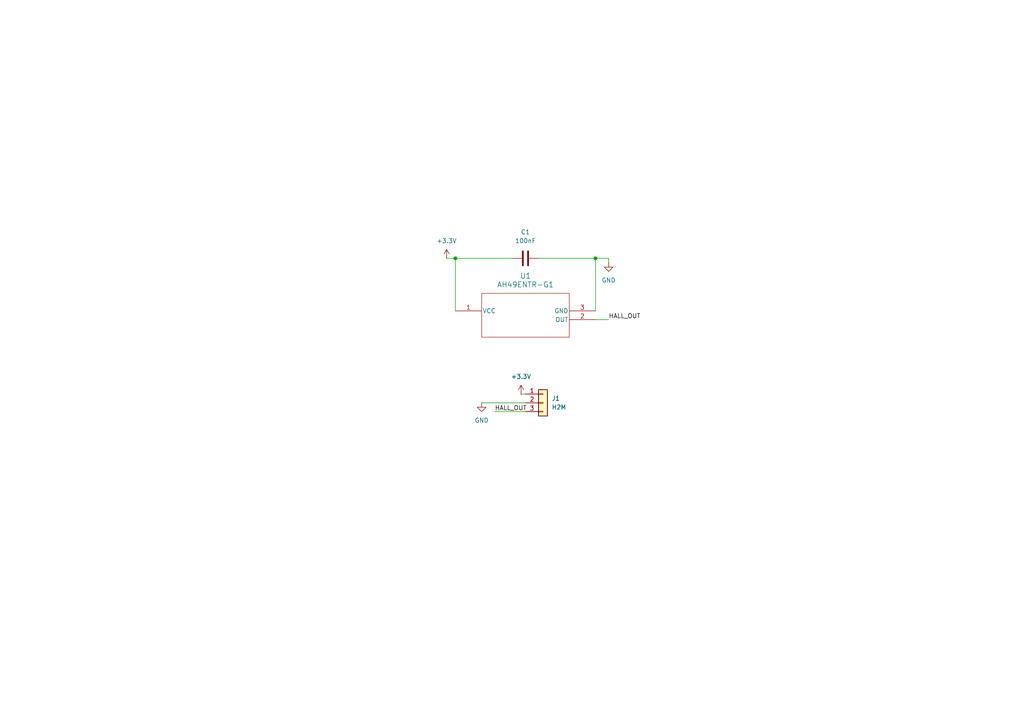
<source format=kicad_sch>
(kicad_sch
	(version 20231120)
	(generator "eeschema")
	(generator_version "8.0")
	(uuid "63e0819a-64d6-43de-bd2b-fb50f7d7d767")
	(paper "A4")
	(title_block
		(title "Anemosens Sensor Tail")
		(date "2025-03-08")
		(rev "1")
	)
	(lib_symbols
		(symbol "AH49ENTR_G1:AH49ENTR-G1"
			(pin_names
				(offset 0.254)
			)
			(exclude_from_sim no)
			(in_bom yes)
			(on_board yes)
			(property "Reference" "U"
				(at 20.32 10.16 0)
				(effects
					(font
						(size 1.524 1.524)
					)
				)
			)
			(property "Value" "AH49ENTR-G1"
				(at 20.32 7.62 0)
				(effects
					(font
						(size 1.524 1.524)
					)
				)
			)
			(property "Footprint" "SOT-23-3_DIO"
				(at 0 0 0)
				(effects
					(font
						(size 1.27 1.27)
						(italic yes)
					)
					(hide yes)
				)
			)
			(property "Datasheet" "AH49ENTR-G1"
				(at 0 0 0)
				(effects
					(font
						(size 1.27 1.27)
						(italic yes)
					)
					(hide yes)
				)
			)
			(property "Description" ""
				(at 0 0 0)
				(effects
					(font
						(size 1.27 1.27)
					)
					(hide yes)
				)
			)
			(property "ki_locked" ""
				(at 0 0 0)
				(effects
					(font
						(size 1.27 1.27)
					)
				)
			)
			(property "ki_keywords" "AH49ENTR-G1"
				(at 0 0 0)
				(effects
					(font
						(size 1.27 1.27)
					)
					(hide yes)
				)
			)
			(property "ki_fp_filters" "SOT-23-3_DIO SOT-23-3_DIO-M SOT-23-3_DIO-L"
				(at 0 0 0)
				(effects
					(font
						(size 1.27 1.27)
					)
					(hide yes)
				)
			)
			(symbol "AH49ENTR-G1_0_1"
				(polyline
					(pts
						(xy 7.62 -7.62) (xy 33.02 -7.62)
					)
					(stroke
						(width 0.127)
						(type default)
					)
					(fill
						(type none)
					)
				)
				(polyline
					(pts
						(xy 7.62 5.08) (xy 7.62 -7.62)
					)
					(stroke
						(width 0.127)
						(type default)
					)
					(fill
						(type none)
					)
				)
				(polyline
					(pts
						(xy 33.02 -7.62) (xy 33.02 5.08)
					)
					(stroke
						(width 0.127)
						(type default)
					)
					(fill
						(type none)
					)
				)
				(polyline
					(pts
						(xy 33.02 5.08) (xy 7.62 5.08)
					)
					(stroke
						(width 0.127)
						(type default)
					)
					(fill
						(type none)
					)
				)
				(pin power_in line
					(at 0 0 0)
					(length 7.62)
					(name "VCC"
						(effects
							(font
								(size 1.27 1.27)
							)
						)
					)
					(number "1"
						(effects
							(font
								(size 1.27 1.27)
							)
						)
					)
				)
				(pin output line
					(at 40.64 -2.54 180)
					(length 7.62)
					(name "OUT"
						(effects
							(font
								(size 1.27 1.27)
							)
						)
					)
					(number "2"
						(effects
							(font
								(size 1.27 1.27)
							)
						)
					)
				)
				(pin power_out line
					(at 40.64 0 180)
					(length 7.62)
					(name "GND"
						(effects
							(font
								(size 1.27 1.27)
							)
						)
					)
					(number "3"
						(effects
							(font
								(size 1.27 1.27)
							)
						)
					)
				)
			)
		)
		(symbol "Connector_Generic:Conn_01x03"
			(pin_names
				(offset 1.016) hide)
			(exclude_from_sim no)
			(in_bom yes)
			(on_board yes)
			(property "Reference" "J"
				(at 0 5.08 0)
				(effects
					(font
						(size 1.27 1.27)
					)
				)
			)
			(property "Value" "Conn_01x03"
				(at 0 -5.08 0)
				(effects
					(font
						(size 1.27 1.27)
					)
				)
			)
			(property "Footprint" ""
				(at 0 0 0)
				(effects
					(font
						(size 1.27 1.27)
					)
					(hide yes)
				)
			)
			(property "Datasheet" "~"
				(at 0 0 0)
				(effects
					(font
						(size 1.27 1.27)
					)
					(hide yes)
				)
			)
			(property "Description" "Generic connector, single row, 01x03, script generated (kicad-library-utils/schlib/autogen/connector/)"
				(at 0 0 0)
				(effects
					(font
						(size 1.27 1.27)
					)
					(hide yes)
				)
			)
			(property "ki_keywords" "connector"
				(at 0 0 0)
				(effects
					(font
						(size 1.27 1.27)
					)
					(hide yes)
				)
			)
			(property "ki_fp_filters" "Connector*:*_1x??_*"
				(at 0 0 0)
				(effects
					(font
						(size 1.27 1.27)
					)
					(hide yes)
				)
			)
			(symbol "Conn_01x03_1_1"
				(rectangle
					(start -1.27 -2.413)
					(end 0 -2.667)
					(stroke
						(width 0.1524)
						(type default)
					)
					(fill
						(type none)
					)
				)
				(rectangle
					(start -1.27 0.127)
					(end 0 -0.127)
					(stroke
						(width 0.1524)
						(type default)
					)
					(fill
						(type none)
					)
				)
				(rectangle
					(start -1.27 2.667)
					(end 0 2.413)
					(stroke
						(width 0.1524)
						(type default)
					)
					(fill
						(type none)
					)
				)
				(rectangle
					(start -1.27 3.81)
					(end 1.27 -3.81)
					(stroke
						(width 0.254)
						(type default)
					)
					(fill
						(type background)
					)
				)
				(pin passive line
					(at -5.08 2.54 0)
					(length 3.81)
					(name "Pin_1"
						(effects
							(font
								(size 1.27 1.27)
							)
						)
					)
					(number "1"
						(effects
							(font
								(size 1.27 1.27)
							)
						)
					)
				)
				(pin passive line
					(at -5.08 0 0)
					(length 3.81)
					(name "Pin_2"
						(effects
							(font
								(size 1.27 1.27)
							)
						)
					)
					(number "2"
						(effects
							(font
								(size 1.27 1.27)
							)
						)
					)
				)
				(pin passive line
					(at -5.08 -2.54 0)
					(length 3.81)
					(name "Pin_3"
						(effects
							(font
								(size 1.27 1.27)
							)
						)
					)
					(number "3"
						(effects
							(font
								(size 1.27 1.27)
							)
						)
					)
				)
			)
		)
		(symbol "Device:C"
			(pin_numbers hide)
			(pin_names
				(offset 0.254)
			)
			(exclude_from_sim no)
			(in_bom yes)
			(on_board yes)
			(property "Reference" "C"
				(at 0.635 2.54 0)
				(effects
					(font
						(size 1.27 1.27)
					)
					(justify left)
				)
			)
			(property "Value" "C"
				(at 0.635 -2.54 0)
				(effects
					(font
						(size 1.27 1.27)
					)
					(justify left)
				)
			)
			(property "Footprint" ""
				(at 0.9652 -3.81 0)
				(effects
					(font
						(size 1.27 1.27)
					)
					(hide yes)
				)
			)
			(property "Datasheet" "~"
				(at 0 0 0)
				(effects
					(font
						(size 1.27 1.27)
					)
					(hide yes)
				)
			)
			(property "Description" "Unpolarized capacitor"
				(at 0 0 0)
				(effects
					(font
						(size 1.27 1.27)
					)
					(hide yes)
				)
			)
			(property "ki_keywords" "cap capacitor"
				(at 0 0 0)
				(effects
					(font
						(size 1.27 1.27)
					)
					(hide yes)
				)
			)
			(property "ki_fp_filters" "C_*"
				(at 0 0 0)
				(effects
					(font
						(size 1.27 1.27)
					)
					(hide yes)
				)
			)
			(symbol "C_0_1"
				(polyline
					(pts
						(xy -2.032 -0.762) (xy 2.032 -0.762)
					)
					(stroke
						(width 0.508)
						(type default)
					)
					(fill
						(type none)
					)
				)
				(polyline
					(pts
						(xy -2.032 0.762) (xy 2.032 0.762)
					)
					(stroke
						(width 0.508)
						(type default)
					)
					(fill
						(type none)
					)
				)
			)
			(symbol "C_1_1"
				(pin passive line
					(at 0 3.81 270)
					(length 2.794)
					(name "~"
						(effects
							(font
								(size 1.27 1.27)
							)
						)
					)
					(number "1"
						(effects
							(font
								(size 1.27 1.27)
							)
						)
					)
				)
				(pin passive line
					(at 0 -3.81 90)
					(length 2.794)
					(name "~"
						(effects
							(font
								(size 1.27 1.27)
							)
						)
					)
					(number "2"
						(effects
							(font
								(size 1.27 1.27)
							)
						)
					)
				)
			)
		)
		(symbol "power:+3.3V"
			(power)
			(pin_numbers hide)
			(pin_names
				(offset 0) hide)
			(exclude_from_sim no)
			(in_bom yes)
			(on_board yes)
			(property "Reference" "#PWR"
				(at 0 -3.81 0)
				(effects
					(font
						(size 1.27 1.27)
					)
					(hide yes)
				)
			)
			(property "Value" "+3.3V"
				(at 0 3.556 0)
				(effects
					(font
						(size 1.27 1.27)
					)
				)
			)
			(property "Footprint" ""
				(at 0 0 0)
				(effects
					(font
						(size 1.27 1.27)
					)
					(hide yes)
				)
			)
			(property "Datasheet" ""
				(at 0 0 0)
				(effects
					(font
						(size 1.27 1.27)
					)
					(hide yes)
				)
			)
			(property "Description" "Power symbol creates a global label with name \"+3.3V\""
				(at 0 0 0)
				(effects
					(font
						(size 1.27 1.27)
					)
					(hide yes)
				)
			)
			(property "ki_keywords" "global power"
				(at 0 0 0)
				(effects
					(font
						(size 1.27 1.27)
					)
					(hide yes)
				)
			)
			(symbol "+3.3V_0_1"
				(polyline
					(pts
						(xy -0.762 1.27) (xy 0 2.54)
					)
					(stroke
						(width 0)
						(type default)
					)
					(fill
						(type none)
					)
				)
				(polyline
					(pts
						(xy 0 0) (xy 0 2.54)
					)
					(stroke
						(width 0)
						(type default)
					)
					(fill
						(type none)
					)
				)
				(polyline
					(pts
						(xy 0 2.54) (xy 0.762 1.27)
					)
					(stroke
						(width 0)
						(type default)
					)
					(fill
						(type none)
					)
				)
			)
			(symbol "+3.3V_1_1"
				(pin power_in line
					(at 0 0 90)
					(length 0)
					(name "~"
						(effects
							(font
								(size 1.27 1.27)
							)
						)
					)
					(number "1"
						(effects
							(font
								(size 1.27 1.27)
							)
						)
					)
				)
			)
		)
		(symbol "power:GND"
			(power)
			(pin_numbers hide)
			(pin_names
				(offset 0) hide)
			(exclude_from_sim no)
			(in_bom yes)
			(on_board yes)
			(property "Reference" "#PWR"
				(at 0 -6.35 0)
				(effects
					(font
						(size 1.27 1.27)
					)
					(hide yes)
				)
			)
			(property "Value" "GND"
				(at 0 -3.81 0)
				(effects
					(font
						(size 1.27 1.27)
					)
				)
			)
			(property "Footprint" ""
				(at 0 0 0)
				(effects
					(font
						(size 1.27 1.27)
					)
					(hide yes)
				)
			)
			(property "Datasheet" ""
				(at 0 0 0)
				(effects
					(font
						(size 1.27 1.27)
					)
					(hide yes)
				)
			)
			(property "Description" "Power symbol creates a global label with name \"GND\" , ground"
				(at 0 0 0)
				(effects
					(font
						(size 1.27 1.27)
					)
					(hide yes)
				)
			)
			(property "ki_keywords" "global power"
				(at 0 0 0)
				(effects
					(font
						(size 1.27 1.27)
					)
					(hide yes)
				)
			)
			(symbol "GND_0_1"
				(polyline
					(pts
						(xy 0 0) (xy 0 -1.27) (xy 1.27 -1.27) (xy 0 -2.54) (xy -1.27 -1.27) (xy 0 -1.27)
					)
					(stroke
						(width 0)
						(type default)
					)
					(fill
						(type none)
					)
				)
			)
			(symbol "GND_1_1"
				(pin power_in line
					(at 0 0 270)
					(length 0)
					(name "~"
						(effects
							(font
								(size 1.27 1.27)
							)
						)
					)
					(number "1"
						(effects
							(font
								(size 1.27 1.27)
							)
						)
					)
				)
			)
		)
	)
	(junction
		(at 172.72 74.93)
		(diameter 0)
		(color 0 0 0 0)
		(uuid "a8b9dd65-dfa6-478e-ac18-4851816c4928")
	)
	(junction
		(at 132.08 74.93)
		(diameter 0)
		(color 0 0 0 0)
		(uuid "f9e1c092-0c96-4137-a988-2fde3c553a5d")
	)
	(wire
		(pts
			(xy 172.72 74.93) (xy 176.53 74.93)
		)
		(stroke
			(width 0)
			(type default)
		)
		(uuid "24559f33-9019-4829-973a-e148debd3a63")
	)
	(wire
		(pts
			(xy 172.72 74.93) (xy 172.72 90.17)
		)
		(stroke
			(width 0)
			(type default)
		)
		(uuid "35eb8716-8643-46d1-ac4d-ee7f718f0cbb")
	)
	(wire
		(pts
			(xy 156.21 74.93) (xy 172.72 74.93)
		)
		(stroke
			(width 0)
			(type default)
		)
		(uuid "377dc410-820d-41b3-9d00-73e2156aa110")
	)
	(wire
		(pts
			(xy 139.7 116.84) (xy 152.4 116.84)
		)
		(stroke
			(width 0)
			(type default)
		)
		(uuid "40421d06-0702-4483-8c80-87ddad95a800")
	)
	(wire
		(pts
			(xy 143.51 119.38) (xy 152.4 119.38)
		)
		(stroke
			(width 0)
			(type default)
		)
		(uuid "8ba27d10-eb84-40d7-830c-01f9410fd6bf")
	)
	(wire
		(pts
			(xy 129.54 74.93) (xy 132.08 74.93)
		)
		(stroke
			(width 0)
			(type default)
		)
		(uuid "8e709d04-6634-4b4c-bdb8-cacd851a4b31")
	)
	(wire
		(pts
			(xy 132.08 74.93) (xy 148.59 74.93)
		)
		(stroke
			(width 0)
			(type default)
		)
		(uuid "a3eab774-b2cc-421a-8e37-018bddcd4597")
	)
	(wire
		(pts
			(xy 132.08 90.17) (xy 132.08 74.93)
		)
		(stroke
			(width 0)
			(type default)
		)
		(uuid "b7a33ef1-0834-4616-8e45-b4035da65efe")
	)
	(wire
		(pts
			(xy 176.53 74.93) (xy 176.53 76.2)
		)
		(stroke
			(width 0)
			(type default)
		)
		(uuid "b8de4fc0-1692-483d-8e77-9a3b37ab53c8")
	)
	(wire
		(pts
			(xy 176.53 92.71) (xy 172.72 92.71)
		)
		(stroke
			(width 0)
			(type default)
		)
		(uuid "c8e75c15-01f5-4869-a1a2-5c2c6d510ecc")
	)
	(wire
		(pts
			(xy 151.13 114.3) (xy 152.4 114.3)
		)
		(stroke
			(width 0)
			(type default)
		)
		(uuid "f2e3ed94-cb31-40ee-b216-ebd2826d9bf5")
	)
	(label "HALL_OUT"
		(at 143.51 119.38 0)
		(effects
			(font
				(size 1.27 1.27)
			)
			(justify left bottom)
		)
		(uuid "578bff1b-c8f0-4cf4-95c5-dae5362c7ec5")
	)
	(label "HALL_OUT"
		(at 176.53 92.71 0)
		(effects
			(font
				(size 1.27 1.27)
			)
			(justify left bottom)
		)
		(uuid "e0ed79a2-0acc-4c99-b259-fccc86c4253d")
	)
	(symbol
		(lib_id "power:+3.3V")
		(at 129.54 74.93 0)
		(unit 1)
		(exclude_from_sim no)
		(in_bom yes)
		(on_board yes)
		(dnp no)
		(fields_autoplaced yes)
		(uuid "092ca855-37c9-41b6-a561-921d86e1ffce")
		(property "Reference" "#PWR01"
			(at 129.54 78.74 0)
			(effects
				(font
					(size 1.27 1.27)
				)
				(hide yes)
			)
		)
		(property "Value" "+3.3V"
			(at 129.54 69.85 0)
			(effects
				(font
					(size 1.27 1.27)
				)
			)
		)
		(property "Footprint" ""
			(at 129.54 74.93 0)
			(effects
				(font
					(size 1.27 1.27)
				)
				(hide yes)
			)
		)
		(property "Datasheet" ""
			(at 129.54 74.93 0)
			(effects
				(font
					(size 1.27 1.27)
				)
				(hide yes)
			)
		)
		(property "Description" "Power symbol creates a global label with name \"+3.3V\""
			(at 129.54 74.93 0)
			(effects
				(font
					(size 1.27 1.27)
				)
				(hide yes)
			)
		)
		(pin "1"
			(uuid "94066abd-f334-4ac5-89d2-cb6c95464a25")
		)
		(instances
			(project ""
				(path "/63e0819a-64d6-43de-bd2b-fb50f7d7d767"
					(reference "#PWR01")
					(unit 1)
				)
			)
		)
	)
	(symbol
		(lib_id "power:GND")
		(at 139.7 116.84 0)
		(unit 1)
		(exclude_from_sim no)
		(in_bom yes)
		(on_board yes)
		(dnp no)
		(fields_autoplaced yes)
		(uuid "1e515041-38c7-490b-be00-66d4e7fb0405")
		(property "Reference" "#PWR04"
			(at 139.7 123.19 0)
			(effects
				(font
					(size 1.27 1.27)
				)
				(hide yes)
			)
		)
		(property "Value" "GND"
			(at 139.7 121.92 0)
			(effects
				(font
					(size 1.27 1.27)
				)
			)
		)
		(property "Footprint" ""
			(at 139.7 116.84 0)
			(effects
				(font
					(size 1.27 1.27)
				)
				(hide yes)
			)
		)
		(property "Datasheet" ""
			(at 139.7 116.84 0)
			(effects
				(font
					(size 1.27 1.27)
				)
				(hide yes)
			)
		)
		(property "Description" "Power symbol creates a global label with name \"GND\" , ground"
			(at 139.7 116.84 0)
			(effects
				(font
					(size 1.27 1.27)
				)
				(hide yes)
			)
		)
		(pin "1"
			(uuid "31567c9d-1c59-4047-a036-92f540de2b79")
		)
		(instances
			(project "Anemosens Sensor Tail"
				(path "/63e0819a-64d6-43de-bd2b-fb50f7d7d767"
					(reference "#PWR04")
					(unit 1)
				)
			)
		)
	)
	(symbol
		(lib_id "power:GND")
		(at 176.53 76.2 0)
		(unit 1)
		(exclude_from_sim no)
		(in_bom yes)
		(on_board yes)
		(dnp no)
		(fields_autoplaced yes)
		(uuid "294c5402-2497-4ae1-84c7-be3839237061")
		(property "Reference" "#PWR03"
			(at 176.53 82.55 0)
			(effects
				(font
					(size 1.27 1.27)
				)
				(hide yes)
			)
		)
		(property "Value" "GND"
			(at 176.53 81.28 0)
			(effects
				(font
					(size 1.27 1.27)
				)
			)
		)
		(property "Footprint" ""
			(at 176.53 76.2 0)
			(effects
				(font
					(size 1.27 1.27)
				)
				(hide yes)
			)
		)
		(property "Datasheet" ""
			(at 176.53 76.2 0)
			(effects
				(font
					(size 1.27 1.27)
				)
				(hide yes)
			)
		)
		(property "Description" "Power symbol creates a global label with name \"GND\" , ground"
			(at 176.53 76.2 0)
			(effects
				(font
					(size 1.27 1.27)
				)
				(hide yes)
			)
		)
		(pin "1"
			(uuid "a6357150-4276-4712-8e12-ba849782fa35")
		)
		(instances
			(project ""
				(path "/63e0819a-64d6-43de-bd2b-fb50f7d7d767"
					(reference "#PWR03")
					(unit 1)
				)
			)
		)
	)
	(symbol
		(lib_id "Connector_Generic:Conn_01x03")
		(at 157.48 116.84 0)
		(unit 1)
		(exclude_from_sim no)
		(in_bom yes)
		(on_board yes)
		(dnp no)
		(fields_autoplaced yes)
		(uuid "71e4c952-0d4d-4389-97d2-34c40f304e0d")
		(property "Reference" "J1"
			(at 160.02 115.5699 0)
			(effects
				(font
					(size 1.27 1.27)
				)
				(justify left)
			)
		)
		(property "Value" "H2M"
			(at 160.02 118.1099 0)
			(effects
				(font
					(size 1.27 1.27)
				)
				(justify left)
			)
		)
		(property "Footprint" "Connector_PinHeader_2.54mm:PinHeader_1x03_P2.54mm_Vertical"
			(at 157.48 116.84 0)
			(effects
				(font
					(size 1.27 1.27)
				)
				(hide yes)
			)
		)
		(property "Datasheet" "~"
			(at 157.48 116.84 0)
			(effects
				(font
					(size 1.27 1.27)
				)
				(hide yes)
			)
		)
		(property "Description" "Generic connector, single row, 01x03, script generated (kicad-library-utils/schlib/autogen/connector/)"
			(at 157.48 116.84 0)
			(effects
				(font
					(size 1.27 1.27)
				)
				(hide yes)
			)
		)
		(pin "2"
			(uuid "61f1eeac-239c-4f2e-a2d3-506bb48d250a")
		)
		(pin "3"
			(uuid "d49619c0-5876-4af9-9e4f-ffefe306e0d3")
		)
		(pin "1"
			(uuid "d017aaed-4b8e-401e-a03b-7ad644db7625")
		)
		(instances
			(project ""
				(path "/63e0819a-64d6-43de-bd2b-fb50f7d7d767"
					(reference "J1")
					(unit 1)
				)
			)
		)
	)
	(symbol
		(lib_id "AH49ENTR_G1:AH49ENTR-G1")
		(at 132.08 90.17 0)
		(unit 1)
		(exclude_from_sim no)
		(in_bom yes)
		(on_board yes)
		(dnp no)
		(fields_autoplaced yes)
		(uuid "dcda2937-00a4-40c9-bcef-90a654fd6be6")
		(property "Reference" "U1"
			(at 152.4 80.01 0)
			(effects
				(font
					(size 1.524 1.524)
				)
			)
		)
		(property "Value" "AH49ENTR-G1"
			(at 152.4 82.55 0)
			(effects
				(font
					(size 1.524 1.524)
				)
			)
		)
		(property "Footprint" "AH49ENTR_G1:SOT-23-3_DIO"
			(at 132.08 90.17 0)
			(effects
				(font
					(size 1.27 1.27)
					(italic yes)
				)
				(hide yes)
			)
		)
		(property "Datasheet" "AH49ENTR-G1"
			(at 132.08 90.17 0)
			(effects
				(font
					(size 1.27 1.27)
					(italic yes)
				)
				(hide yes)
			)
		)
		(property "Description" ""
			(at 132.08 90.17 0)
			(effects
				(font
					(size 1.27 1.27)
				)
				(hide yes)
			)
		)
		(pin "1"
			(uuid "4243d824-c7c8-4cb1-b225-a99f81daa8e4")
		)
		(pin "2"
			(uuid "3ecd7ee6-c127-4355-b165-d4929b089af7")
		)
		(pin "3"
			(uuid "e73f4fd7-c13a-4358-9aae-8eb6fc9564c9")
		)
		(instances
			(project ""
				(path "/63e0819a-64d6-43de-bd2b-fb50f7d7d767"
					(reference "U1")
					(unit 1)
				)
			)
		)
	)
	(symbol
		(lib_id "Device:C")
		(at 152.4 74.93 90)
		(unit 1)
		(exclude_from_sim no)
		(in_bom yes)
		(on_board yes)
		(dnp no)
		(fields_autoplaced yes)
		(uuid "e8c3d11e-cfbb-4ac4-8511-4cec7ee0787c")
		(property "Reference" "C1"
			(at 152.4 67.31 90)
			(effects
				(font
					(size 1.27 1.27)
				)
			)
		)
		(property "Value" "100nF"
			(at 152.4 69.85 90)
			(effects
				(font
					(size 1.27 1.27)
				)
			)
		)
		(property "Footprint" "Capacitor_SMD:C_0805_2012Metric_Pad1.18x1.45mm_HandSolder"
			(at 156.21 73.9648 0)
			(effects
				(font
					(size 1.27 1.27)
				)
				(hide yes)
			)
		)
		(property "Datasheet" "~"
			(at 152.4 74.93 0)
			(effects
				(font
					(size 1.27 1.27)
				)
				(hide yes)
			)
		)
		(property "Description" "Unpolarized capacitor"
			(at 152.4 74.93 0)
			(effects
				(font
					(size 1.27 1.27)
				)
				(hide yes)
			)
		)
		(pin "1"
			(uuid "cfdea75f-2b66-4d05-bec9-0d30d8d31115")
		)
		(pin "2"
			(uuid "536f3f05-9af0-458e-8d4d-ed6f1ab49a6f")
		)
		(instances
			(project ""
				(path "/63e0819a-64d6-43de-bd2b-fb50f7d7d767"
					(reference "C1")
					(unit 1)
				)
			)
		)
	)
	(symbol
		(lib_id "power:+3.3V")
		(at 151.13 114.3 0)
		(unit 1)
		(exclude_from_sim no)
		(in_bom yes)
		(on_board yes)
		(dnp no)
		(fields_autoplaced yes)
		(uuid "ee56ead8-f539-4a26-8d10-69fc135e14fa")
		(property "Reference" "#PWR02"
			(at 151.13 118.11 0)
			(effects
				(font
					(size 1.27 1.27)
				)
				(hide yes)
			)
		)
		(property "Value" "+3.3V"
			(at 151.13 109.22 0)
			(effects
				(font
					(size 1.27 1.27)
				)
			)
		)
		(property "Footprint" ""
			(at 151.13 114.3 0)
			(effects
				(font
					(size 1.27 1.27)
				)
				(hide yes)
			)
		)
		(property "Datasheet" ""
			(at 151.13 114.3 0)
			(effects
				(font
					(size 1.27 1.27)
				)
				(hide yes)
			)
		)
		(property "Description" "Power symbol creates a global label with name \"+3.3V\""
			(at 151.13 114.3 0)
			(effects
				(font
					(size 1.27 1.27)
				)
				(hide yes)
			)
		)
		(pin "1"
			(uuid "cbf9f56c-c25c-43e2-ac36-c2bafcbb1aa5")
		)
		(instances
			(project "Anemosens Sensor Tail"
				(path "/63e0819a-64d6-43de-bd2b-fb50f7d7d767"
					(reference "#PWR02")
					(unit 1)
				)
			)
		)
	)
	(sheet_instances
		(path "/"
			(page "1")
		)
	)
)

</source>
